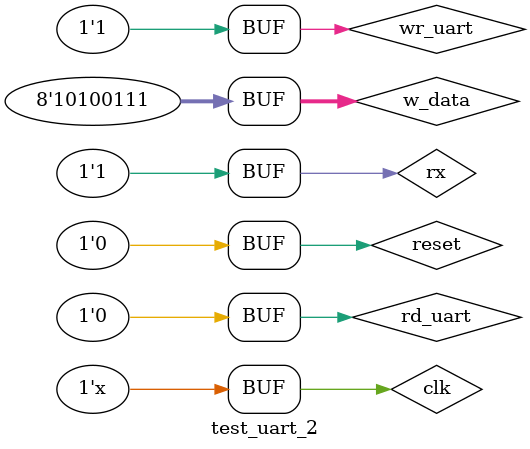
<source format=v>
`timescale 1ns / 1ps


module test_uart_2;

	// Inputs
	reg clk;
	reg reset;
	reg rd_uart;
	reg wr_uart;
	reg rx;
	reg [7:0] w_data;

	// Outputs
	wire tx_full;
	wire rx_empty;
	wire tx;
	wire [7:0] r_data;

	// Instantiate the Unit Under Test (UUT)
	uart uut (
		.clk(clk), 
		.reset(reset), 
		.rd_uart(rd_uart), 
		.wr_uart(wr_uart), 
		.rx(rx), 
		.w_data(w_data), 
		.tx_full(tx_full), 
		.rx_empty(rx_empty), 
		.tx(tx), 
		.r_data(r_data)
	);

	initial begin
		// Initialize Inputs
		clk = 0;
		reset = 1;
		rd_uart = 0;
		wr_uart = 0;
		rx = 0;
		w_data = 8'b10100111;

		// Wait 100 ns for global reset to finish
		#100;
		reset = 0;
		rd_uart = 1;
		// Add stimulus here
		
		#350;
		//rd_uart = 0;
      wr_uart = 1;
		#350;
		rd_uart = 0;
		#350;
		rd_uart = 0;
		wr_uart = 1;
		
		#100;
		rx = 1;
		// Add stimulus here
	end
	
   always begin
		#5 clk=~clk;
	end
      
endmodule


</source>
